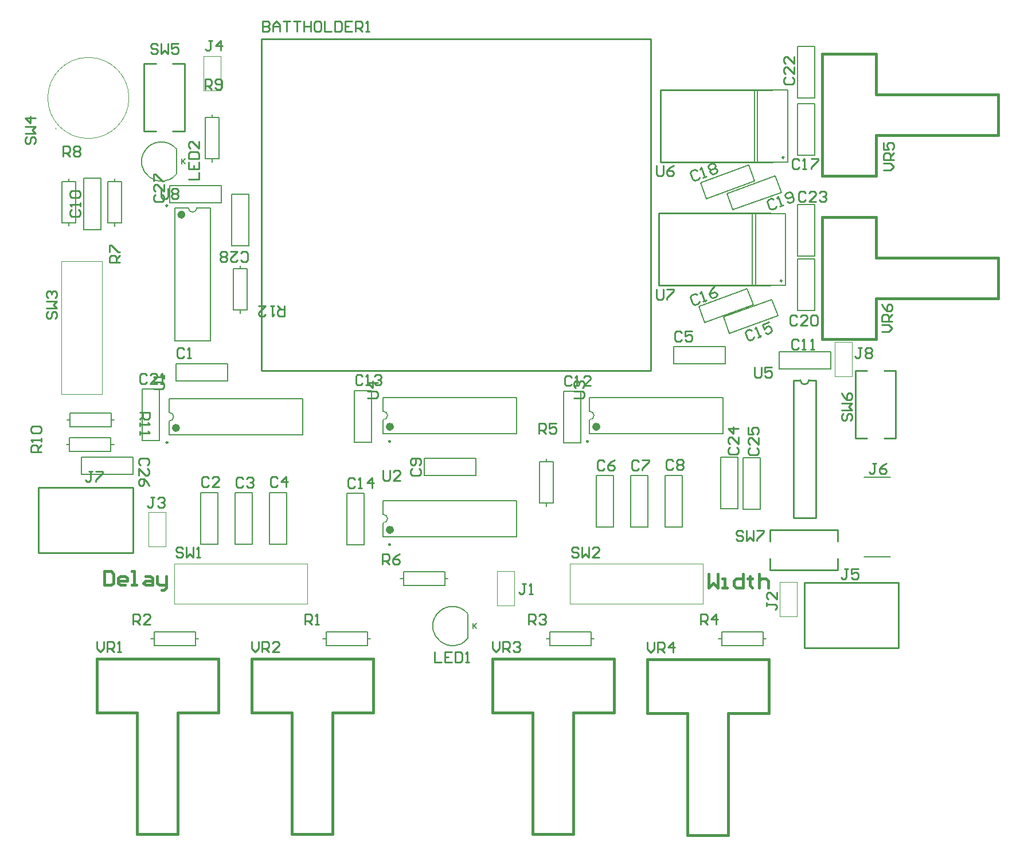
<source format=gto>
G04*
G04 #@! TF.GenerationSoftware,Altium Limited,Altium Designer,20.1.11 (218)*
G04*
G04 Layer_Color=65535*
%FSLAX23Y23*%
%MOIN*%
G70*
G04*
G04 #@! TF.SameCoordinates,61B52F32-3D36-43F7-9E25-D9CFD543C360*
G04*
G04*
G04 #@! TF.FilePolarity,Positive*
G04*
G01*
G75*
%ADD10C,0.024*%
%ADD11C,0.010*%
%ADD12C,0.008*%
%ADD13C,0.010*%
%ADD14C,0.004*%
%ADD15C,0.005*%
%ADD16C,0.006*%
%ADD17C,0.016*%
%ADD18C,0.015*%
D10*
X1551Y3969D02*
G03*
X1551Y3969I-12J0D01*
G01*
X3963Y2735D02*
G03*
X3963Y2735I-12J0D01*
G01*
X2763Y2735D02*
G03*
X2763Y2735I-12J0D01*
G01*
X1519Y2728D02*
G03*
X1519Y2728I-12J0D01*
G01*
X2763Y2135D02*
G03*
X2763Y2135I-12J0D01*
G01*
D11*
X1459Y4022D02*
G03*
X1459Y4022I-5J0D01*
G01*
X5031Y3584D02*
G03*
X5031Y3584I-5J0D01*
G01*
X3904Y2650D02*
G03*
X3904Y2650I-5J0D01*
G01*
X2754Y2650D02*
G03*
X2754Y2650I-5J0D01*
G01*
X1460Y2643D02*
G03*
X1460Y2643I-5J0D01*
G01*
X5042Y4302D02*
G03*
X5042Y4302I-5J0D01*
G01*
X2754Y2050D02*
G03*
X2754Y2050I-5J0D01*
G01*
D12*
X1579Y4009D02*
G03*
X1629Y4009I25J0D01*
G01*
X1510Y4351D02*
G03*
X1325Y4338I-88J-73D01*
G01*
X1329Y4344D02*
G03*
X1510Y4205I93J-66D01*
G01*
X3203Y1648D02*
G03*
X3018Y1635I-88J-73D01*
G01*
X3022Y1641D02*
G03*
X3203Y1502I93J-66D01*
G01*
X3912Y2775D02*
G03*
X3912Y2825I0J25D01*
G01*
X2712Y2775D02*
G03*
X2712Y2825I0J25D01*
G01*
X1468Y2768D02*
G03*
X1468Y2818I0J25D01*
G01*
X809Y4467D02*
G03*
X809Y4471I0J2D01*
G01*
X809Y4471D02*
G03*
X809Y4467I0J-2D01*
G01*
X809Y4467D02*
G03*
X809Y4471I0J2D01*
G01*
X2712Y2175D02*
G03*
X2712Y2225I0J25D01*
G01*
X1500Y3233D02*
X1708Y3233D01*
X1629Y4009D02*
X1708Y4009D01*
X1500Y4009D02*
X1579Y4009D01*
X1708Y3233D02*
X1708Y4009D01*
X1500Y3233D02*
X1500Y4009D01*
X5506Y2441D02*
X5660Y2441D01*
X5506Y1977D02*
X5660Y1977D01*
X4878Y3558D02*
X4878Y3976D01*
X4859Y3558D02*
X4859Y3976D01*
X5052Y3558D02*
X5052Y3976D01*
X4859Y3558D02*
X5052Y3558D01*
X4859Y3976D02*
X5052Y3976D01*
X1512Y4208D02*
X1512Y4348D01*
X3205Y1505D02*
X3205Y1645D01*
X3912Y2696D02*
X4688Y2696D01*
X3912Y2904D02*
X4688Y2904D01*
X3912Y2696D02*
X3912Y2775D01*
X3912Y2825D02*
X3912Y2904D01*
X4688Y2696D02*
X4688Y2904D01*
X3488Y2696D02*
X3488Y2904D01*
X2712Y2825D02*
X2712Y2904D01*
X2712Y2696D02*
X2712Y2775D01*
X2712Y2904D02*
X3488Y2904D01*
X2712Y2696D02*
X3488Y2696D01*
X1468Y2689D02*
X2244Y2689D01*
X1468Y2897D02*
X2244Y2897D01*
X1468Y2689D02*
X1468Y2768D01*
X1468Y2818D02*
X1468Y2897D01*
X2244Y2689D02*
X2244Y2897D01*
X4870Y4694D02*
X5063Y4694D01*
X4870Y4276D02*
X5063Y4276D01*
X5063Y4694D01*
X4870Y4276D02*
X4870Y4694D01*
X4889Y4276D02*
X4889Y4694D01*
X3488Y2096D02*
X3488Y2304D01*
X2712Y2225D02*
X2712Y2304D01*
X2712Y2096D02*
X2712Y2175D01*
X2712Y2304D02*
X3488Y2304D01*
X2712Y2096D02*
X3488Y2096D01*
D13*
X5137Y3006D02*
G03*
X5187Y3006I25J0D01*
G01*
X5097Y3006D02*
X5137Y3006D01*
X5187Y3006D02*
X5227Y3006D01*
X5227Y2206D02*
X5227Y3006D01*
X5097Y2206D02*
X5227Y2206D01*
X5097Y2206D02*
X5097Y3006D01*
X709Y2382D02*
X1256Y2382D01*
X1256Y2002D02*
X1256Y2382D01*
X709Y2002D02*
X1256Y2002D01*
X709Y2002D02*
X709Y2382D01*
X5162Y1447D02*
X5709Y1447D01*
X5162Y1447D02*
X5162Y1827D01*
X5709Y1827D01*
X5709Y1447D02*
X5709Y1827D01*
X5354Y1939D02*
X5354Y1969D01*
X5354Y2067D02*
X5354Y2097D01*
X4960Y2067D02*
X4960Y2097D01*
X4960Y1900D02*
X4960Y1969D01*
X5354Y2097D02*
X5354Y2136D01*
X4960Y2136D02*
X5354Y2136D01*
X4960Y2097D02*
X4960Y2136D01*
X4960Y1900D02*
X5354Y1900D01*
X5354Y1939D01*
X5495Y2668D02*
X5525Y2668D01*
X5623Y2668D02*
X5653Y2668D01*
X5623Y3062D02*
X5653Y3062D01*
X5456Y3062D02*
X5525Y3062D01*
X5653Y2668D02*
X5692Y2668D01*
X5692Y3062D01*
X5653Y3062D02*
X5692Y3062D01*
X5456Y2668D02*
X5456Y3062D01*
X5456Y2668D02*
X5495Y2668D01*
X4315Y3558D02*
X4965Y3558D01*
X4313Y3977D02*
X4963Y3977D01*
X4313Y3559D02*
X4313Y3977D01*
X4326Y4275D02*
X4976Y4275D01*
X4324Y4276D02*
X4324Y4694D01*
X4974Y4694D01*
X2005Y3061D02*
X2005Y4991D01*
X4269Y3061D02*
X4269Y4991D01*
X2005Y3061D02*
X4269Y3061D01*
X2005Y4991D02*
X4269Y4991D01*
X1360Y4455D02*
X1390Y4455D01*
X1488Y4455D02*
X1518Y4455D01*
X1488Y4849D02*
X1518Y4849D01*
X1321Y4849D02*
X1390Y4849D01*
X1518Y4455D02*
X1557Y4455D01*
X1557Y4849D01*
X1518Y4849D02*
X1557Y4849D01*
X1321Y4455D02*
X1321Y4849D01*
X1321Y4455D02*
X1360Y4455D01*
X1883Y3705D02*
X1893Y3695D01*
X1913Y3695D01*
X1923Y3705D01*
X1923Y3745D01*
X1913Y3755D01*
X1893Y3755D01*
X1883Y3745D01*
X1823Y3755D02*
X1863Y3755D01*
X1823Y3715D01*
X1823Y3705D01*
X1833Y3695D01*
X1853Y3695D01*
X1863Y3705D01*
X1803Y3705D02*
X1793Y3695D01*
X1773Y3695D01*
X1763Y3705D01*
X1763Y3715D01*
X1773Y3725D01*
X1763Y3735D01*
X1763Y3745D01*
X1773Y3755D01*
X1793Y3755D01*
X1803Y3745D01*
X1803Y3735D01*
X1793Y3725D01*
X1803Y3715D01*
X1803Y3705D01*
X1793Y3725D02*
X1773Y3725D01*
X1387Y4086D02*
X1377Y4076D01*
X1377Y4056D01*
X1387Y4046D01*
X1427Y4046D01*
X1437Y4056D01*
X1437Y4076D01*
X1427Y4086D01*
X1437Y4146D02*
X1437Y4106D01*
X1397Y4146D01*
X1387Y4146D01*
X1377Y4136D01*
X1377Y4116D01*
X1387Y4106D01*
X1377Y4166D02*
X1377Y4206D01*
X1387Y4206D01*
X1427Y4166D01*
X1437Y4166D01*
X2138Y3439D02*
X2138Y3379D01*
X2108Y3379D01*
X2098Y3389D01*
X2098Y3409D01*
X2108Y3419D01*
X2138Y3419D01*
X2118Y3419D02*
X2098Y3439D01*
X2078Y3439D02*
X2058Y3439D01*
X2068Y3439D01*
X2068Y3379D01*
X2078Y3389D01*
X1988Y3439D02*
X2028Y3439D01*
X1988Y3399D01*
X1988Y3389D01*
X1998Y3379D01*
X2018Y3379D01*
X2028Y3389D01*
X1422Y4122D02*
X1422Y4072D01*
X1432Y4062D01*
X1452Y4062D01*
X1462Y4072D01*
X1462Y4122D01*
X1482Y4112D02*
X1492Y4122D01*
X1512Y4122D01*
X1522Y4112D01*
X1522Y4102D01*
X1512Y4092D01*
X1522Y4082D01*
X1522Y4072D01*
X1512Y4062D01*
X1492Y4062D01*
X1482Y4072D01*
X1482Y4082D01*
X1492Y4092D01*
X1482Y4102D01*
X1482Y4112D01*
X1492Y4092D02*
X1512Y4092D01*
X1296Y2819D02*
X1355Y2819D01*
X1355Y2789D01*
X1345Y2779D01*
X1325Y2779D01*
X1315Y2789D01*
X1315Y2819D01*
X1315Y2799D02*
X1296Y2779D01*
X1296Y2759D02*
X1296Y2739D01*
X1296Y2749D01*
X1355Y2749D01*
X1345Y2759D01*
X1296Y2709D02*
X1296Y2689D01*
X1296Y2699D01*
X1355Y2699D01*
X1345Y2709D01*
X724Y2589D02*
X664Y2589D01*
X664Y2619D01*
X674Y2629D01*
X694Y2629D01*
X704Y2619D01*
X704Y2589D01*
X704Y2609D02*
X724Y2629D01*
X724Y2649D02*
X724Y2669D01*
X724Y2659D01*
X664Y2659D01*
X674Y2649D01*
X674Y2699D02*
X664Y2709D01*
X664Y2729D01*
X674Y2739D01*
X714Y2739D01*
X724Y2729D01*
X724Y2709D01*
X714Y2699D01*
X674Y2699D01*
X1341Y2511D02*
X1351Y2521D01*
X1351Y2541D01*
X1341Y2551D01*
X1301Y2551D01*
X1291Y2541D01*
X1291Y2521D01*
X1301Y2511D01*
X1291Y2451D02*
X1291Y2491D01*
X1331Y2451D01*
X1341Y2451D01*
X1351Y2461D01*
X1351Y2481D01*
X1341Y2491D01*
X1351Y2391D02*
X1341Y2411D01*
X1321Y2431D01*
X1301Y2431D01*
X1291Y2421D01*
X1291Y2401D01*
X1301Y2391D01*
X1311Y2391D01*
X1321Y2401D01*
X1321Y2431D01*
X4845Y2612D02*
X4835Y2602D01*
X4835Y2582D01*
X4845Y2572D01*
X4885Y2572D01*
X4895Y2582D01*
X4895Y2602D01*
X4885Y2612D01*
X4895Y2672D02*
X4895Y2632D01*
X4855Y2672D01*
X4845Y2672D01*
X4835Y2662D01*
X4835Y2642D01*
X4845Y2632D01*
X4835Y2732D02*
X4835Y2692D01*
X4865Y2692D01*
X4855Y2712D01*
X4855Y2722D01*
X4865Y2732D01*
X4885Y2732D01*
X4895Y2722D01*
X4895Y2702D01*
X4885Y2692D01*
X4727Y2615D02*
X4717Y2605D01*
X4717Y2585D01*
X4727Y2575D01*
X4767Y2575D01*
X4777Y2585D01*
X4777Y2605D01*
X4767Y2615D01*
X4777Y2675D02*
X4777Y2635D01*
X4737Y2675D01*
X4727Y2675D01*
X4717Y2665D01*
X4717Y2645D01*
X4727Y2635D01*
X4777Y2725D02*
X4717Y2725D01*
X4747Y2695D01*
X4747Y2735D01*
X5495Y3193D02*
X5475Y3193D01*
X5485Y3193D01*
X5485Y3143D01*
X5475Y3133D01*
X5465Y3133D01*
X5455Y3143D01*
X5515Y3183D02*
X5525Y3193D01*
X5545Y3193D01*
X5555Y3183D01*
X5555Y3173D01*
X5545Y3163D01*
X5555Y3153D01*
X5555Y3143D01*
X5545Y3133D01*
X5525Y3133D01*
X5515Y3143D01*
X5515Y3153D01*
X5525Y3163D01*
X5515Y3173D01*
X5515Y3183D01*
X5525Y3163D02*
X5545Y3163D01*
X1022Y2475D02*
X1002Y2475D01*
X1012Y2475D01*
X1012Y2425D01*
X1002Y2415D01*
X992Y2415D01*
X982Y2425D01*
X1042Y2475D02*
X1082Y2475D01*
X1082Y2465D01*
X1042Y2425D01*
X1042Y2415D01*
X4804Y2120D02*
X4794Y2130D01*
X4774Y2130D01*
X4764Y2120D01*
X4764Y2110D01*
X4774Y2100D01*
X4794Y2100D01*
X4804Y2090D01*
X4804Y2080D01*
X4794Y2070D01*
X4774Y2070D01*
X4764Y2080D01*
X4824Y2130D02*
X4824Y2070D01*
X4844Y2090D01*
X4864Y2070D01*
X4864Y2130D01*
X4884Y2130D02*
X4924Y2130D01*
X4924Y2120D01*
X4884Y2080D01*
X4884Y2070D01*
X5578Y2521D02*
X5558Y2521D01*
X5568Y2521D01*
X5568Y2471D01*
X5558Y2461D01*
X5548Y2461D01*
X5538Y2471D01*
X5638Y2521D02*
X5618Y2511D01*
X5598Y2491D01*
X5598Y2471D01*
X5608Y2461D01*
X5628Y2461D01*
X5638Y2471D01*
X5638Y2481D01*
X5628Y2491D01*
X5598Y2491D01*
X5414Y1907D02*
X5394Y1907D01*
X5404Y1907D01*
X5404Y1857D01*
X5394Y1847D01*
X5384Y1847D01*
X5374Y1857D01*
X5474Y1907D02*
X5434Y1907D01*
X5434Y1877D01*
X5454Y1887D01*
X5464Y1887D01*
X5474Y1877D01*
X5474Y1857D01*
X5464Y1847D01*
X5444Y1847D01*
X5434Y1857D01*
X5388Y2812D02*
X5378Y2802D01*
X5378Y2782D01*
X5388Y2772D01*
X5398Y2772D01*
X5408Y2782D01*
X5408Y2802D01*
X5418Y2812D01*
X5428Y2812D01*
X5438Y2802D01*
X5438Y2782D01*
X5428Y2772D01*
X5378Y2832D02*
X5438Y2832D01*
X5418Y2852D01*
X5438Y2872D01*
X5378Y2872D01*
X5378Y2932D02*
X5388Y2912D01*
X5408Y2892D01*
X5428Y2892D01*
X5438Y2902D01*
X5438Y2922D01*
X5428Y2932D01*
X5418Y2932D01*
X5408Y2922D01*
X5408Y2892D01*
X4300Y3536D02*
X4300Y3486D01*
X4310Y3476D01*
X4330Y3476D01*
X4340Y3486D01*
X4340Y3536D01*
X4360Y3536D02*
X4400Y3536D01*
X4400Y3526D01*
X4360Y3486D01*
X4360Y3476D01*
X2010Y5096D02*
X2010Y5036D01*
X2040Y5036D01*
X2050Y5046D01*
X2050Y5056D01*
X2040Y5066D01*
X2010Y5066D01*
X2040Y5066D01*
X2050Y5076D01*
X2050Y5086D01*
X2040Y5096D01*
X2010Y5096D01*
X2070Y5036D02*
X2070Y5076D01*
X2090Y5096D01*
X2110Y5076D01*
X2110Y5036D01*
X2110Y5066D01*
X2070Y5066D01*
X2130Y5096D02*
X2170Y5096D01*
X2150Y5096D01*
X2150Y5036D01*
X2190Y5096D02*
X2230Y5096D01*
X2210Y5096D01*
X2210Y5036D01*
X2250Y5096D02*
X2250Y5036D01*
X2250Y5066D01*
X2290Y5066D01*
X2290Y5096D01*
X2290Y5036D01*
X2340Y5096D02*
X2320Y5096D01*
X2310Y5086D01*
X2310Y5046D01*
X2320Y5036D01*
X2340Y5036D01*
X2350Y5046D01*
X2350Y5086D01*
X2340Y5096D01*
X2370Y5096D02*
X2370Y5036D01*
X2410Y5036D01*
X2430Y5096D02*
X2430Y5036D01*
X2460Y5036D01*
X2470Y5046D01*
X2470Y5086D01*
X2460Y5096D01*
X2430Y5096D01*
X2530Y5096D02*
X2490Y5096D01*
X2490Y5036D01*
X2530Y5036D01*
X2490Y5066D02*
X2510Y5066D01*
X2550Y5036D02*
X2550Y5096D01*
X2580Y5096D01*
X2590Y5086D01*
X2590Y5066D01*
X2580Y5056D01*
X2550Y5056D01*
X2570Y5056D02*
X2590Y5036D01*
X2610Y5036D02*
X2630Y5036D01*
X2620Y5036D01*
X2620Y5096D01*
X2610Y5086D01*
X1400Y4954D02*
X1390Y4964D01*
X1370Y4964D01*
X1360Y4954D01*
X1360Y4944D01*
X1370Y4934D01*
X1390Y4934D01*
X1400Y4924D01*
X1400Y4914D01*
X1390Y4904D01*
X1370Y4904D01*
X1360Y4914D01*
X1420Y4964D02*
X1420Y4904D01*
X1440Y4924D01*
X1460Y4904D01*
X1460Y4964D01*
X1520Y4964D02*
X1480Y4964D01*
X1480Y4934D01*
X1500Y4944D01*
X1510Y4944D01*
X1520Y4934D01*
X1520Y4914D01*
X1510Y4904D01*
X1490Y4904D01*
X1480Y4914D01*
X5166Y4093D02*
X5156Y4103D01*
X5136Y4103D01*
X5126Y4093D01*
X5126Y4053D01*
X5136Y4043D01*
X5156Y4043D01*
X5166Y4053D01*
X5226Y4043D02*
X5186Y4043D01*
X5226Y4083D01*
X5226Y4093D01*
X5216Y4103D01*
X5196Y4103D01*
X5186Y4093D01*
X5246Y4093D02*
X5256Y4103D01*
X5276Y4103D01*
X5286Y4093D01*
X5286Y4083D01*
X5276Y4073D01*
X5266Y4073D01*
X5276Y4073D01*
X5286Y4063D01*
X5286Y4053D01*
X5276Y4043D01*
X5256Y4043D01*
X5246Y4053D01*
X5051Y4768D02*
X5041Y4758D01*
X5041Y4738D01*
X5051Y4728D01*
X5091Y4728D01*
X5101Y4738D01*
X5101Y4758D01*
X5091Y4768D01*
X5101Y4828D02*
X5101Y4788D01*
X5061Y4828D01*
X5051Y4828D01*
X5041Y4818D01*
X5041Y4798D01*
X5051Y4788D01*
X5101Y4888D02*
X5101Y4848D01*
X5061Y4888D01*
X5051Y4888D01*
X5041Y4878D01*
X5041Y4858D01*
X5051Y4848D01*
X4247Y1480D02*
X4247Y1440D01*
X4267Y1420D01*
X4287Y1440D01*
X4287Y1480D01*
X4307Y1420D02*
X4307Y1480D01*
X4337Y1480D01*
X4347Y1470D01*
X4347Y1450D01*
X4337Y1440D01*
X4307Y1440D01*
X4327Y1440D02*
X4347Y1420D01*
X4397Y1420D02*
X4397Y1480D01*
X4367Y1450D01*
X4407Y1450D01*
X1338Y3035D02*
X1328Y3045D01*
X1309Y3045D01*
X1299Y3035D01*
X1299Y2995D01*
X1309Y2986D01*
X1328Y2986D01*
X1338Y2995D01*
X1398Y2986D02*
X1358Y2986D01*
X1398Y3025D01*
X1398Y3035D01*
X1388Y3045D01*
X1368Y3045D01*
X1358Y3035D01*
X1418Y2986D02*
X1438Y2986D01*
X1428Y2986D01*
X1428Y3045D01*
X1418Y3035D01*
X1676Y4698D02*
X1676Y4757D01*
X1705Y4757D01*
X1715Y4747D01*
X1715Y4727D01*
X1705Y4717D01*
X1676Y4717D01*
X1695Y4717D02*
X1715Y4698D01*
X1735Y4707D02*
X1745Y4698D01*
X1765Y4698D01*
X1775Y4707D01*
X1775Y4747D01*
X1765Y4757D01*
X1745Y4757D01*
X1735Y4747D01*
X1735Y4737D01*
X1745Y4727D01*
X1775Y4727D01*
X1581Y4176D02*
X1641Y4176D01*
X1641Y4216D01*
X1581Y4276D02*
X1581Y4236D01*
X1641Y4236D01*
X1641Y4276D01*
X1611Y4236D02*
X1611Y4256D01*
X1581Y4296D02*
X1641Y4296D01*
X1641Y4326D01*
X1631Y4336D01*
X1591Y4336D01*
X1581Y4326D01*
X1581Y4296D01*
X1641Y4396D02*
X1641Y4356D01*
X1601Y4396D01*
X1591Y4396D01*
X1581Y4386D01*
X1581Y4366D01*
X1591Y4356D01*
X3010Y1425D02*
X3010Y1365D01*
X3050Y1365D01*
X3110Y1425D02*
X3070Y1425D01*
X3070Y1365D01*
X3110Y1365D01*
X3070Y1395D02*
X3090Y1395D01*
X3130Y1425D02*
X3130Y1365D01*
X3160Y1365D01*
X3170Y1375D01*
X3170Y1415D01*
X3160Y1425D01*
X3130Y1425D01*
X3190Y1365D02*
X3210Y1365D01*
X3200Y1365D01*
X3200Y1425D01*
X3190Y1415D01*
X1717Y4982D02*
X1697Y4982D01*
X1707Y4982D01*
X1707Y4932D01*
X1697Y4923D01*
X1687Y4923D01*
X1678Y4932D01*
X1767Y4923D02*
X1767Y4982D01*
X1737Y4952D01*
X1777Y4952D01*
X1380Y2323D02*
X1360Y2323D01*
X1370Y2323D01*
X1370Y2273D01*
X1360Y2263D01*
X1350Y2263D01*
X1340Y2273D01*
X1400Y2313D02*
X1410Y2323D01*
X1430Y2323D01*
X1440Y2313D01*
X1440Y2303D01*
X1430Y2293D01*
X1420Y2293D01*
X1430Y2293D01*
X1440Y2283D01*
X1440Y2273D01*
X1430Y2263D01*
X1410Y2263D01*
X1400Y2273D01*
X4941Y1712D02*
X4941Y1692D01*
X4941Y1702D01*
X4991Y1702D01*
X5001Y1692D01*
X5001Y1682D01*
X4991Y1672D01*
X5001Y1772D02*
X5001Y1732D01*
X4961Y1772D01*
X4951Y1772D01*
X4941Y1762D01*
X4941Y1742D01*
X4951Y1732D01*
X3542Y1820D02*
X3522Y1820D01*
X3532Y1820D01*
X3532Y1770D01*
X3522Y1760D01*
X3512Y1760D01*
X3502Y1770D01*
X3562Y1760D02*
X3582Y1760D01*
X3572Y1760D01*
X3572Y1820D01*
X3562Y1810D01*
X5116Y3375D02*
X5106Y3385D01*
X5086Y3385D01*
X5076Y3375D01*
X5076Y3335D01*
X5086Y3325D01*
X5106Y3325D01*
X5116Y3335D01*
X5176Y3325D02*
X5136Y3325D01*
X5176Y3365D01*
X5176Y3375D01*
X5166Y3385D01*
X5146Y3385D01*
X5136Y3375D01*
X5196Y3375D02*
X5206Y3385D01*
X5226Y3385D01*
X5236Y3375D01*
X5236Y3335D01*
X5226Y3325D01*
X5206Y3325D01*
X5196Y3335D01*
X5196Y3375D01*
X4982Y4057D02*
X4969Y4063D01*
X4951Y4056D01*
X4945Y4043D01*
X4958Y4006D01*
X4971Y4000D01*
X4990Y4006D01*
X4996Y4019D01*
X5018Y4017D02*
X5037Y4024D01*
X5028Y4020D01*
X5007Y4076D01*
X5001Y4064D01*
X5062Y4043D02*
X5075Y4037D01*
X5093Y4044D01*
X5099Y4057D01*
X5086Y4094D01*
X5073Y4100D01*
X5054Y4094D01*
X5048Y4081D01*
X5051Y4071D01*
X5064Y4065D01*
X5092Y4076D01*
X4536Y4224D02*
X4523Y4230D01*
X4505Y4223D01*
X4499Y4210D01*
X4512Y4173D01*
X4525Y4167D01*
X4544Y4173D01*
X4550Y4186D01*
X4572Y4184D02*
X4591Y4191D01*
X4582Y4187D01*
X4561Y4243D01*
X4555Y4231D01*
X4602Y4248D02*
X4608Y4261D01*
X4627Y4267D01*
X4640Y4261D01*
X4643Y4252D01*
X4637Y4239D01*
X4650Y4233D01*
X4653Y4224D01*
X4647Y4211D01*
X4629Y4204D01*
X4616Y4210D01*
X4612Y4220D01*
X4618Y4232D01*
X4605Y4238D01*
X4602Y4248D01*
X4618Y4232D02*
X4637Y4239D01*
X5130Y4284D02*
X5120Y4294D01*
X5100Y4294D01*
X5090Y4284D01*
X5090Y4244D01*
X5100Y4234D01*
X5120Y4234D01*
X5130Y4244D01*
X5150Y4234D02*
X5170Y4234D01*
X5160Y4234D01*
X5160Y4294D01*
X5150Y4284D01*
X5200Y4294D02*
X5240Y4294D01*
X5240Y4284D01*
X5200Y4244D01*
X5200Y4234D01*
X4536Y3503D02*
X4523Y3509D01*
X4505Y3502D01*
X4499Y3489D01*
X4512Y3452D01*
X4525Y3446D01*
X4544Y3452D01*
X4550Y3465D01*
X4572Y3463D02*
X4591Y3470D01*
X4582Y3466D01*
X4561Y3522D01*
X4555Y3510D01*
X4636Y3550D02*
X4621Y3534D01*
X4609Y3508D01*
X4616Y3489D01*
X4629Y3483D01*
X4647Y3490D01*
X4653Y3503D01*
X4650Y3512D01*
X4637Y3518D01*
X4609Y3508D01*
X4854Y3296D02*
X4841Y3302D01*
X4823Y3295D01*
X4817Y3282D01*
X4830Y3245D01*
X4843Y3239D01*
X4862Y3245D01*
X4868Y3258D01*
X4890Y3256D02*
X4909Y3263D01*
X4900Y3259D01*
X4879Y3315D01*
X4873Y3303D01*
X4954Y3343D02*
X4917Y3329D01*
X4927Y3301D01*
X4942Y3317D01*
X4952Y3321D01*
X4964Y3315D01*
X4971Y3296D01*
X4965Y3283D01*
X4947Y3276D01*
X4934Y3282D01*
X2547Y2429D02*
X2537Y2439D01*
X2517Y2439D01*
X2507Y2429D01*
X2507Y2389D01*
X2517Y2379D01*
X2537Y2379D01*
X2547Y2389D01*
X2567Y2379D02*
X2587Y2379D01*
X2577Y2379D01*
X2577Y2439D01*
X2567Y2429D01*
X2647Y2379D02*
X2647Y2439D01*
X2617Y2409D01*
X2657Y2409D01*
X2592Y3027D02*
X2582Y3037D01*
X2562Y3037D01*
X2553Y3027D01*
X2553Y2987D01*
X2562Y2977D01*
X2582Y2977D01*
X2592Y2987D01*
X2612Y2977D02*
X2632Y2977D01*
X2622Y2977D01*
X2622Y3037D01*
X2612Y3027D01*
X2662Y3027D02*
X2672Y3037D01*
X2692Y3037D01*
X2702Y3027D01*
X2702Y3017D01*
X2692Y3007D01*
X2682Y3007D01*
X2692Y3007D01*
X2702Y2997D01*
X2702Y2987D01*
X2692Y2977D01*
X2672Y2977D01*
X2662Y2987D01*
X3807Y3022D02*
X3797Y3032D01*
X3777Y3032D01*
X3767Y3022D01*
X3767Y2982D01*
X3777Y2973D01*
X3797Y2973D01*
X3807Y2982D01*
X3827Y2973D02*
X3847Y2973D01*
X3837Y2973D01*
X3837Y3032D01*
X3827Y3022D01*
X3917Y2973D02*
X3877Y2973D01*
X3917Y3012D01*
X3917Y3022D01*
X3907Y3032D01*
X3887Y3032D01*
X3877Y3022D01*
X5126Y3236D02*
X5116Y3246D01*
X5096Y3246D01*
X5086Y3236D01*
X5086Y3196D01*
X5096Y3186D01*
X5116Y3186D01*
X5126Y3196D01*
X5146Y3186D02*
X5166Y3186D01*
X5156Y3186D01*
X5156Y3246D01*
X5146Y3236D01*
X5196Y3186D02*
X5216Y3186D01*
X5206Y3186D01*
X5206Y3246D01*
X5196Y3236D01*
X5610Y3287D02*
X5650Y3287D01*
X5670Y3307D01*
X5650Y3327D01*
X5610Y3327D01*
X5670Y3347D02*
X5610Y3347D01*
X5610Y3377D01*
X5620Y3387D01*
X5640Y3387D01*
X5650Y3377D01*
X5650Y3347D01*
X5650Y3367D02*
X5670Y3387D01*
X5610Y3447D02*
X5620Y3427D01*
X5640Y3407D01*
X5660Y3407D01*
X5670Y3417D01*
X5670Y3437D01*
X5660Y3447D01*
X5650Y3447D01*
X5640Y3437D01*
X5640Y3407D01*
X5621Y4227D02*
X5661Y4227D01*
X5681Y4247D01*
X5661Y4267D01*
X5621Y4267D01*
X5681Y4287D02*
X5621Y4287D01*
X5621Y4317D01*
X5631Y4327D01*
X5651Y4327D01*
X5661Y4317D01*
X5661Y4287D01*
X5661Y4307D02*
X5681Y4327D01*
X5621Y4387D02*
X5621Y4347D01*
X5651Y4347D01*
X5641Y4367D01*
X5641Y4377D01*
X5651Y4387D01*
X5671Y4387D01*
X5681Y4377D01*
X5681Y4357D01*
X5671Y4347D01*
X4300Y4255D02*
X4300Y4205D01*
X4310Y4195D01*
X4330Y4195D01*
X4340Y4205D01*
X4340Y4255D01*
X4400Y4255D02*
X4380Y4245D01*
X4360Y4225D01*
X4360Y4205D01*
X4370Y4195D01*
X4390Y4195D01*
X4400Y4205D01*
X4400Y4215D01*
X4390Y4225D01*
X4360Y4225D01*
X641Y4420D02*
X631Y4410D01*
X631Y4390D01*
X641Y4380D01*
X651Y4380D01*
X661Y4390D01*
X661Y4410D01*
X671Y4420D01*
X681Y4420D01*
X691Y4410D01*
X691Y4390D01*
X681Y4380D01*
X631Y4440D02*
X691Y4440D01*
X671Y4460D01*
X691Y4480D01*
X631Y4480D01*
X691Y4530D02*
X631Y4530D01*
X661Y4500D01*
X661Y4540D01*
X763Y3404D02*
X753Y3394D01*
X753Y3374D01*
X763Y3364D01*
X773Y3364D01*
X783Y3374D01*
X783Y3394D01*
X793Y3404D01*
X803Y3404D01*
X813Y3394D01*
X813Y3374D01*
X803Y3364D01*
X753Y3424D02*
X813Y3424D01*
X793Y3444D01*
X813Y3464D01*
X753Y3464D01*
X763Y3484D02*
X753Y3494D01*
X753Y3514D01*
X763Y3524D01*
X773Y3524D01*
X783Y3514D01*
X783Y3504D01*
X783Y3514D01*
X793Y3524D01*
X803Y3524D01*
X813Y3514D01*
X813Y3494D01*
X803Y3484D01*
X852Y4308D02*
X852Y4368D01*
X882Y4368D01*
X892Y4358D01*
X892Y4338D01*
X882Y4328D01*
X852Y4328D01*
X872Y4328D02*
X892Y4308D01*
X912Y4358D02*
X922Y4368D01*
X942Y4368D01*
X952Y4358D01*
X952Y4348D01*
X942Y4338D01*
X952Y4328D01*
X952Y4318D01*
X942Y4308D01*
X922Y4308D01*
X912Y4318D01*
X912Y4328D01*
X922Y4338D01*
X912Y4348D01*
X912Y4358D01*
X922Y4338D02*
X942Y4338D01*
X1182Y3690D02*
X1122Y3690D01*
X1122Y3720D01*
X1132Y3730D01*
X1152Y3730D01*
X1162Y3720D01*
X1162Y3690D01*
X1162Y3710D02*
X1182Y3730D01*
X1122Y3750D02*
X1122Y3790D01*
X1132Y3790D01*
X1172Y3750D01*
X1182Y3750D01*
X901Y3998D02*
X891Y3988D01*
X891Y3968D01*
X901Y3958D01*
X941Y3958D01*
X951Y3968D01*
X951Y3988D01*
X941Y3998D01*
X951Y4018D02*
X951Y4038D01*
X951Y4028D01*
X891Y4028D01*
X901Y4018D01*
X901Y4068D02*
X891Y4078D01*
X891Y4098D01*
X901Y4108D01*
X941Y4108D01*
X951Y4098D01*
X951Y4078D01*
X941Y4068D01*
X901Y4068D01*
X4871Y3082D02*
X4871Y3032D01*
X4881Y3022D01*
X4901Y3022D01*
X4911Y3032D01*
X4911Y3082D01*
X4971Y3082D02*
X4931Y3082D01*
X4931Y3052D01*
X4951Y3062D01*
X4961Y3062D01*
X4971Y3052D01*
X4971Y3032D01*
X4961Y3022D01*
X4941Y3022D01*
X4931Y3032D01*
X2620Y2900D02*
X2670Y2900D01*
X2680Y2910D01*
X2680Y2930D01*
X2670Y2940D01*
X2620Y2940D01*
X2680Y2990D02*
X2620Y2990D01*
X2650Y2960D01*
X2650Y3000D01*
X2706Y1934D02*
X2706Y1994D01*
X2736Y1994D01*
X2746Y1984D01*
X2746Y1964D01*
X2736Y1954D01*
X2706Y1954D01*
X2726Y1954D02*
X2746Y1934D01*
X2806Y1994D02*
X2786Y1984D01*
X2766Y1964D01*
X2766Y1944D01*
X2776Y1934D01*
X2796Y1934D01*
X2806Y1944D01*
X2806Y1954D01*
X2796Y1964D01*
X2766Y1964D01*
X3616Y2694D02*
X3616Y2754D01*
X3646Y2754D01*
X3656Y2744D01*
X3656Y2724D01*
X3646Y2714D01*
X3616Y2714D01*
X3636Y2714D02*
X3656Y2694D01*
X3716Y2754D02*
X3676Y2754D01*
X3676Y2724D01*
X3696Y2734D01*
X3706Y2734D01*
X3716Y2724D01*
X3716Y2704D01*
X3706Y2694D01*
X3686Y2694D01*
X3676Y2704D01*
X2880Y2490D02*
X2870Y2480D01*
X2870Y2460D01*
X2880Y2450D01*
X2920Y2450D01*
X2930Y2460D01*
X2930Y2480D01*
X2920Y2490D01*
X2920Y2510D02*
X2930Y2520D01*
X2930Y2540D01*
X2920Y2550D01*
X2880Y2550D01*
X2870Y2540D01*
X2870Y2520D01*
X2880Y2510D01*
X2890Y2510D01*
X2900Y2520D01*
X2900Y2550D01*
X3348Y1484D02*
X3348Y1444D01*
X3367Y1424D01*
X3387Y1444D01*
X3387Y1484D01*
X3407Y1424D02*
X3407Y1484D01*
X3437Y1484D01*
X3447Y1474D01*
X3447Y1454D01*
X3437Y1444D01*
X3407Y1444D01*
X3427Y1444D02*
X3447Y1424D01*
X3467Y1474D02*
X3477Y1484D01*
X3497Y1484D01*
X3507Y1474D01*
X3507Y1464D01*
X3497Y1454D01*
X3487Y1454D01*
X3497Y1454D01*
X3507Y1444D01*
X3507Y1434D01*
X3497Y1424D01*
X3477Y1424D01*
X3467Y1434D01*
X1947Y1484D02*
X1947Y1444D01*
X1967Y1424D01*
X1987Y1444D01*
X1987Y1484D01*
X2007Y1424D02*
X2007Y1484D01*
X2037Y1484D01*
X2047Y1474D01*
X2047Y1454D01*
X2037Y1444D01*
X2007Y1444D01*
X2027Y1444D02*
X2047Y1424D01*
X2107Y1424D02*
X2067Y1424D01*
X2107Y1464D01*
X2107Y1474D01*
X2097Y1484D01*
X2077Y1484D01*
X2067Y1474D01*
X1048Y1484D02*
X1048Y1444D01*
X1067Y1424D01*
X1087Y1444D01*
X1087Y1484D01*
X1107Y1424D02*
X1107Y1484D01*
X1137Y1484D01*
X1147Y1474D01*
X1147Y1454D01*
X1137Y1444D01*
X1107Y1444D01*
X1127Y1444D02*
X1147Y1424D01*
X1167Y1424D02*
X1187Y1424D01*
X1177Y1424D01*
X1177Y1484D01*
X1167Y1474D01*
X3820Y2900D02*
X3870Y2900D01*
X3880Y2910D01*
X3880Y2930D01*
X3870Y2940D01*
X3820Y2940D01*
X3830Y2960D02*
X3820Y2970D01*
X3820Y2990D01*
X3830Y3000D01*
X3840Y3000D01*
X3850Y2990D01*
X3850Y2980D01*
X3850Y2990D01*
X3860Y3000D01*
X3870Y3000D01*
X3880Y2990D01*
X3880Y2970D01*
X3870Y2960D01*
X2711Y2482D02*
X2711Y2432D01*
X2721Y2422D01*
X2741Y2422D01*
X2751Y2432D01*
X2751Y2482D01*
X2811Y2422D02*
X2771Y2422D01*
X2811Y2462D01*
X2811Y2472D01*
X2801Y2482D01*
X2781Y2482D01*
X2771Y2472D01*
X1376Y2953D02*
X1426Y2953D01*
X1436Y2963D01*
X1436Y2983D01*
X1426Y2993D01*
X1376Y2993D01*
X1436Y3013D02*
X1436Y3033D01*
X1436Y3023D01*
X1376Y3023D01*
X1386Y3013D01*
X3846Y2023D02*
X3836Y2033D01*
X3816Y2033D01*
X3806Y2023D01*
X3806Y2013D01*
X3816Y2003D01*
X3836Y2003D01*
X3846Y1993D01*
X3846Y1983D01*
X3836Y1973D01*
X3816Y1973D01*
X3806Y1983D01*
X3866Y2033D02*
X3866Y1973D01*
X3886Y1993D01*
X3906Y1973D01*
X3906Y2033D01*
X3966Y1973D02*
X3926Y1973D01*
X3966Y2013D01*
X3966Y2023D01*
X3956Y2033D01*
X3936Y2033D01*
X3926Y2023D01*
X1546Y2023D02*
X1536Y2033D01*
X1516Y2033D01*
X1506Y2023D01*
X1506Y2013D01*
X1516Y2003D01*
X1536Y2003D01*
X1546Y1993D01*
X1546Y1983D01*
X1536Y1973D01*
X1516Y1973D01*
X1506Y1983D01*
X1566Y2033D02*
X1566Y1973D01*
X1586Y1993D01*
X1606Y1973D01*
X1606Y2033D01*
X1626Y1973D02*
X1646Y1973D01*
X1636Y1973D01*
X1636Y2033D01*
X1626Y2023D01*
X4556Y1584D02*
X4556Y1644D01*
X4586Y1644D01*
X4596Y1634D01*
X4596Y1614D01*
X4586Y1604D01*
X4556Y1604D01*
X4576Y1604D02*
X4596Y1584D01*
X4646Y1584D02*
X4646Y1644D01*
X4616Y1614D01*
X4656Y1614D01*
X3556Y1584D02*
X3556Y1644D01*
X3586Y1644D01*
X3596Y1634D01*
X3596Y1614D01*
X3586Y1604D01*
X3556Y1604D01*
X3576Y1604D02*
X3596Y1584D01*
X3616Y1634D02*
X3626Y1644D01*
X3646Y1644D01*
X3656Y1634D01*
X3656Y1624D01*
X3646Y1614D01*
X3636Y1614D01*
X3646Y1614D01*
X3656Y1604D01*
X3656Y1594D01*
X3646Y1584D01*
X3626Y1584D01*
X3616Y1594D01*
X1256Y1584D02*
X1256Y1644D01*
X1286Y1644D01*
X1296Y1634D01*
X1296Y1614D01*
X1286Y1604D01*
X1256Y1604D01*
X1276Y1604D02*
X1296Y1584D01*
X1356Y1584D02*
X1316Y1584D01*
X1356Y1624D01*
X1356Y1634D01*
X1346Y1644D01*
X1326Y1644D01*
X1316Y1634D01*
X2256Y1584D02*
X2256Y1644D01*
X2286Y1644D01*
X2296Y1634D01*
X2296Y1614D01*
X2286Y1604D01*
X2256Y1604D01*
X2276Y1604D02*
X2296Y1584D01*
X2316Y1584D02*
X2336Y1584D01*
X2326Y1584D01*
X2326Y1644D01*
X2316Y1634D01*
X4398Y2533D02*
X4388Y2543D01*
X4368Y2543D01*
X4358Y2533D01*
X4358Y2493D01*
X4368Y2483D01*
X4388Y2483D01*
X4398Y2493D01*
X4418Y2533D02*
X4428Y2543D01*
X4448Y2543D01*
X4458Y2533D01*
X4458Y2523D01*
X4448Y2513D01*
X4458Y2503D01*
X4458Y2493D01*
X4448Y2483D01*
X4428Y2483D01*
X4418Y2493D01*
X4418Y2503D01*
X4428Y2513D01*
X4418Y2523D01*
X4418Y2533D01*
X4428Y2513D02*
X4448Y2513D01*
X4198Y2532D02*
X4188Y2542D01*
X4168Y2542D01*
X4158Y2532D01*
X4158Y2492D01*
X4168Y2482D01*
X4188Y2482D01*
X4198Y2492D01*
X4218Y2542D02*
X4258Y2542D01*
X4258Y2532D01*
X4218Y2492D01*
X4218Y2482D01*
X3998Y2532D02*
X3988Y2542D01*
X3968Y2542D01*
X3958Y2532D01*
X3958Y2492D01*
X3968Y2482D01*
X3988Y2482D01*
X3998Y2492D01*
X4058Y2542D02*
X4038Y2532D01*
X4018Y2512D01*
X4018Y2492D01*
X4028Y2482D01*
X4048Y2482D01*
X4058Y2492D01*
X4058Y2502D01*
X4048Y2512D01*
X4018Y2512D01*
X4448Y3282D02*
X4438Y3292D01*
X4418Y3292D01*
X4408Y3282D01*
X4408Y3242D01*
X4418Y3232D01*
X4438Y3232D01*
X4448Y3242D01*
X4508Y3292D02*
X4468Y3292D01*
X4468Y3262D01*
X4488Y3272D01*
X4498Y3272D01*
X4508Y3262D01*
X4508Y3242D01*
X4498Y3232D01*
X4478Y3232D01*
X4468Y3242D01*
X2098Y2433D02*
X2088Y2443D01*
X2068Y2443D01*
X2058Y2433D01*
X2058Y2393D01*
X2068Y2383D01*
X2088Y2383D01*
X2098Y2393D01*
X2148Y2383D02*
X2148Y2443D01*
X2118Y2413D01*
X2158Y2413D01*
X1897Y2432D02*
X1887Y2442D01*
X1867Y2442D01*
X1857Y2432D01*
X1857Y2392D01*
X1867Y2382D01*
X1887Y2382D01*
X1897Y2392D01*
X1917Y2432D02*
X1927Y2442D01*
X1947Y2442D01*
X1957Y2432D01*
X1957Y2422D01*
X1947Y2412D01*
X1937Y2412D01*
X1947Y2412D01*
X1957Y2402D01*
X1957Y2392D01*
X1947Y2382D01*
X1927Y2382D01*
X1917Y2392D01*
X1697Y2433D02*
X1687Y2443D01*
X1667Y2443D01*
X1657Y2433D01*
X1657Y2393D01*
X1667Y2383D01*
X1687Y2383D01*
X1697Y2393D01*
X1757Y2383D02*
X1717Y2383D01*
X1757Y2423D01*
X1757Y2433D01*
X1747Y2443D01*
X1727Y2443D01*
X1717Y2433D01*
X1554Y3184D02*
X1544Y3194D01*
X1524Y3194D01*
X1514Y3184D01*
X1514Y3144D01*
X1524Y3134D01*
X1544Y3134D01*
X1554Y3144D01*
X1574Y3134D02*
X1594Y3134D01*
X1584Y3134D01*
X1584Y3194D01*
X1574Y3184D01*
D14*
X998Y4412D02*
G03*
X998Y4884I0J236D01*
G01*
X998Y4884D02*
G03*
X998Y4412I0J-236D01*
G01*
X841Y2926D02*
X841Y3698D01*
X1077Y3698D01*
X1077Y2926D02*
X1077Y3698D01*
X841Y2926D02*
X1077Y2926D01*
X5338Y3027D02*
X5438Y3027D01*
X5438Y3227D01*
X5338Y3227D02*
X5438Y3227D01*
X5338Y3027D02*
X5338Y3227D01*
X1669Y4691D02*
X1769Y4691D01*
X1769Y4891D01*
X1669Y4891D02*
X1769Y4891D01*
X1669Y4691D02*
X1669Y4891D01*
X3375Y1895D02*
X3475Y1895D01*
X3375Y1695D02*
X3375Y1895D01*
X3375Y1695D02*
X3475Y1695D01*
X3475Y1895D01*
X5017Y1830D02*
X5117Y1830D01*
X5017Y1630D02*
X5017Y1830D01*
X5017Y1630D02*
X5117Y1630D01*
X5117Y1830D01*
X1347Y2238D02*
X1447Y2238D01*
X1347Y2038D02*
X1347Y2238D01*
X1347Y2038D02*
X1447Y2038D01*
X1447Y2238D01*
X1499Y1939D02*
X2271Y1939D01*
X2271Y1703D02*
X2271Y1939D01*
X1499Y1703D02*
X2271Y1703D01*
X1499Y1703D02*
X1499Y1939D01*
X3799Y1939D02*
X4571Y1939D01*
X4571Y1703D02*
X4571Y1939D01*
X3799Y1703D02*
X4571Y1703D01*
X3799Y1703D02*
X3799Y1939D01*
D15*
X1930Y3787D02*
X1930Y4087D01*
X1830Y3787D02*
X1930Y3787D01*
X1830Y3787D02*
X1830Y4087D01*
X1930Y4087D01*
X1470Y4039D02*
X1770Y4039D01*
X1470Y4039D02*
X1470Y4139D01*
X1770Y4139D01*
X1770Y4039D02*
X1770Y4139D01*
X959Y2458D02*
X959Y2558D01*
X959Y2458D02*
X1259Y2458D01*
X1259Y2558D01*
X959Y2558D02*
X1259Y2558D01*
X4673Y2257D02*
X4773Y2257D01*
X4773Y2557D01*
X4673Y2557D02*
X4773Y2557D01*
X4673Y2257D02*
X4673Y2557D01*
X4804Y2256D02*
X4904Y2256D01*
X4904Y2556D01*
X4804Y2556D02*
X4904Y2556D01*
X4804Y2256D02*
X4804Y2556D01*
X5122Y4648D02*
X5222Y4648D01*
X5222Y4948D01*
X5122Y4948D02*
X5222Y4948D01*
X5122Y4648D02*
X5122Y4948D01*
X5121Y4027D02*
X5221Y4027D01*
X5121Y3727D02*
X5121Y4027D01*
X5121Y3727D02*
X5221Y3727D01*
X5221Y4027D01*
X1311Y2653D02*
X1411Y2653D01*
X1411Y2953D01*
X1311Y2953D02*
X1411Y2953D01*
X1311Y2653D02*
X1311Y2953D01*
X4547Y3436D02*
X4581Y3342D01*
X4863Y3444D01*
X4829Y3538D02*
X4863Y3444D01*
X4547Y3436D02*
X4829Y3538D01*
X4690Y3373D02*
X4724Y3279D01*
X5006Y3381D01*
X4972Y3475D02*
X5006Y3381D01*
X4690Y3373D02*
X4972Y3475D01*
X5120Y4315D02*
X5220Y4315D01*
X5220Y4615D01*
X5120Y4615D02*
X5220Y4615D01*
X5120Y4315D02*
X5120Y4615D01*
X4710Y4091D02*
X4744Y3997D01*
X5026Y4099D01*
X4992Y4193D02*
X5026Y4099D01*
X4710Y4091D02*
X4992Y4193D01*
X4556Y4155D02*
X4590Y4061D01*
X4872Y4163D01*
X4838Y4257D02*
X4872Y4163D01*
X4556Y4155D02*
X4838Y4257D01*
X5120Y3410D02*
X5220Y3410D01*
X5220Y3710D01*
X5120Y3710D02*
X5220Y3710D01*
X5120Y3410D02*
X5120Y3710D01*
X5015Y3070D02*
X5015Y3170D01*
X5015Y3070D02*
X5315Y3070D01*
X5315Y3170D01*
X5015Y3170D02*
X5315Y3170D01*
X3760Y2640D02*
X3860Y2640D01*
X3860Y2940D01*
X3760Y2940D02*
X3860Y2940D01*
X3760Y2640D02*
X3760Y2940D01*
X2545Y2645D02*
X2645Y2645D01*
X2645Y2945D01*
X2545Y2945D02*
X2645Y2945D01*
X2545Y2645D02*
X2545Y2945D01*
X2500Y2047D02*
X2600Y2047D01*
X2600Y2347D01*
X2500Y2347D02*
X2600Y2347D01*
X2500Y2047D02*
X2500Y2347D01*
X971Y3880D02*
X1071Y3880D01*
X1071Y4180D01*
X971Y4180D02*
X1071Y4180D01*
X971Y3880D02*
X971Y4180D01*
X3250Y2450D02*
X3250Y2550D01*
X2950Y2550D02*
X3250Y2550D01*
X2950Y2450D02*
X2950Y2550D01*
X2950Y2450D02*
X3250Y2450D01*
X1806Y3001D02*
X1806Y3101D01*
X1506Y3101D02*
X1806Y3101D01*
X1506Y3001D02*
X1506Y3101D01*
X1506Y3001D02*
X1806Y3001D01*
X1650Y2350D02*
X1750Y2350D01*
X1650Y2050D02*
X1650Y2350D01*
X1650Y2050D02*
X1750Y2050D01*
X1750Y2350D01*
X1850Y2350D02*
X1950Y2350D01*
X1850Y2050D02*
X1850Y2350D01*
X1850Y2050D02*
X1950Y2050D01*
X1950Y2350D01*
X2050Y2350D02*
X2150Y2350D01*
X2050Y2050D02*
X2050Y2350D01*
X2050Y2050D02*
X2150Y2050D01*
X2150Y2350D01*
X4400Y3100D02*
X4400Y3200D01*
X4400Y3100D02*
X4700Y3100D01*
X4700Y3200D01*
X4400Y3200D02*
X4700Y3200D01*
X3950Y2450D02*
X4050Y2450D01*
X3950Y2150D02*
X3950Y2450D01*
X3950Y2150D02*
X4050Y2150D01*
X4050Y2450D01*
X4150Y2450D02*
X4250Y2450D01*
X4150Y2150D02*
X4150Y2450D01*
X4150Y2150D02*
X4250Y2150D01*
X4250Y2450D01*
X4350Y2450D02*
X4450Y2450D01*
X4350Y2150D02*
X4350Y2450D01*
X4350Y2150D02*
X4450Y2150D01*
X4450Y2450D01*
D16*
X1880Y3395D02*
X1880Y3413D01*
X1880Y3653D02*
X1880Y3671D01*
X1840Y3413D02*
X1840Y3653D01*
X1840Y3413D02*
X1920Y3413D01*
X1920Y3653D01*
X1840Y3653D02*
X1920Y3653D01*
X891Y2735D02*
X891Y2815D01*
X1131Y2815D01*
X1131Y2735D02*
X1131Y2815D01*
X891Y2735D02*
X1131Y2735D01*
X873Y2775D02*
X891Y2775D01*
X1131Y2775D02*
X1149Y2775D01*
X1128Y2592D02*
X1128Y2672D01*
X888Y2592D02*
X1128Y2592D01*
X888Y2592D02*
X888Y2672D01*
X1128Y2672D01*
X1128Y2632D02*
X1146Y2632D01*
X871Y2632D02*
X888Y2632D01*
X1679Y4293D02*
X1759Y4293D01*
X1679Y4293D02*
X1679Y4533D01*
X1759Y4533D01*
X1759Y4293D02*
X1759Y4533D01*
X1719Y4275D02*
X1719Y4293D01*
X1719Y4533D02*
X1719Y4551D01*
X1110Y3920D02*
X1190Y3920D01*
X1110Y3920D02*
X1110Y4160D01*
X1190Y4160D01*
X1190Y3920D02*
X1190Y4160D01*
X1150Y3902D02*
X1150Y3920D01*
X1150Y4160D02*
X1150Y4178D01*
X844Y4161D02*
X924Y4161D01*
X924Y3921D02*
X924Y4161D01*
X844Y3921D02*
X924Y3921D01*
X844Y3921D02*
X844Y4161D01*
X884Y4161D02*
X884Y4179D01*
X884Y3903D02*
X884Y3921D01*
X3620Y2290D02*
X3700Y2290D01*
X3620Y2290D02*
X3620Y2530D01*
X3700Y2530D01*
X3700Y2290D02*
X3700Y2530D01*
X3660Y2272D02*
X3660Y2290D01*
X3660Y2530D02*
X3660Y2548D01*
X3070Y1810D02*
X3070Y1890D01*
X2830Y1810D02*
X3070Y1810D01*
X2830Y1810D02*
X2830Y1890D01*
X3070Y1890D01*
X3070Y1850D02*
X3088Y1850D01*
X2812Y1850D02*
X2830Y1850D01*
X2380Y1460D02*
X2380Y1540D01*
X2620Y1540D01*
X2620Y1460D02*
X2620Y1540D01*
X2380Y1460D02*
X2620Y1460D01*
X2362Y1500D02*
X2380Y1500D01*
X2620Y1500D02*
X2638Y1500D01*
X1620Y1460D02*
X1620Y1540D01*
X1380Y1460D02*
X1620Y1460D01*
X1380Y1460D02*
X1380Y1540D01*
X1620Y1540D01*
X1620Y1500D02*
X1638Y1500D01*
X1362Y1500D02*
X1380Y1500D01*
X3680Y1460D02*
X3680Y1540D01*
X3920Y1540D01*
X3920Y1460D02*
X3920Y1540D01*
X3680Y1460D02*
X3920Y1460D01*
X3662Y1500D02*
X3680Y1500D01*
X3920Y1500D02*
X3938Y1500D01*
X4680Y1460D02*
X4680Y1540D01*
X4920Y1540D01*
X4920Y1460D02*
X4920Y1540D01*
X4680Y1460D02*
X4920Y1460D01*
X4662Y1500D02*
X4680Y1500D01*
X4920Y1500D02*
X4938Y1500D01*
X1542Y4293D02*
X1542Y4263D01*
X1542Y4273D01*
X1562Y4293D01*
X1547Y4278D01*
X1562Y4263D01*
X3235Y1590D02*
X3235Y1560D01*
X3235Y1570D01*
X3255Y1590D01*
X3240Y1575D01*
X3255Y1560D01*
D17*
X4246Y1381D02*
X4954Y1381D01*
X4954Y1067D02*
X4954Y1381D01*
X4718Y1067D02*
X4954Y1067D01*
X4246Y1067D02*
X4246Y1381D01*
X4718Y358D02*
X4718Y1067D01*
X4482Y358D02*
X4718Y358D01*
X4482Y358D02*
X4482Y1067D01*
X4246Y1067D02*
X4482Y1067D01*
X5579Y4196D02*
X5579Y4432D01*
X6287Y4432D01*
X6287Y4668D01*
X5579Y4668D02*
X6287Y4668D01*
X5264Y4196D02*
X5579Y4196D01*
X5579Y4668D02*
X5579Y4904D01*
X5264Y4904D02*
X5579Y4904D01*
X5264Y4196D02*
X5264Y4904D01*
X5579Y3246D02*
X5579Y3482D01*
X6287Y3482D01*
X6287Y3718D01*
X5579Y3718D02*
X6287Y3718D01*
X5264Y3246D02*
X5579Y3246D01*
X5579Y3718D02*
X5579Y3954D01*
X5264Y3954D02*
X5579Y3954D01*
X5264Y3246D02*
X5264Y3954D01*
X1946Y1071D02*
X2182Y1071D01*
X2182Y363D02*
X2182Y1071D01*
X2182Y363D02*
X2418Y363D01*
X2418Y1071D01*
X1946Y1071D02*
X1946Y1386D01*
X2418Y1071D02*
X2654Y1071D01*
X2654Y1386D01*
X1946Y1386D02*
X2654Y1386D01*
X1046Y1071D02*
X1282Y1071D01*
X1282Y363D02*
X1282Y1071D01*
X1282Y363D02*
X1518Y363D01*
X1518Y1071D01*
X1046Y1071D02*
X1046Y1386D01*
X1518Y1071D02*
X1754Y1071D01*
X1754Y1386D01*
X1046Y1386D02*
X1754Y1386D01*
X3346Y1071D02*
X3582Y1071D01*
X3582Y363D02*
X3582Y1071D01*
X3582Y363D02*
X3818Y363D01*
X3818Y1071D01*
X3346Y1071D02*
X3346Y1386D01*
X3818Y1071D02*
X4054Y1071D01*
X4054Y1386D01*
X3346Y1386D02*
X4054Y1386D01*
D18*
X1092Y1893D02*
X1092Y1813D01*
X1132Y1813D01*
X1145Y1826D01*
X1145Y1879D01*
X1132Y1893D01*
X1092Y1893D01*
X1212Y1813D02*
X1185Y1813D01*
X1172Y1826D01*
X1172Y1853D01*
X1185Y1866D01*
X1212Y1866D01*
X1225Y1853D01*
X1225Y1839D01*
X1172Y1839D01*
X1252Y1813D02*
X1279Y1813D01*
X1265Y1813D01*
X1265Y1893D01*
X1252Y1893D01*
X1332Y1866D02*
X1359Y1866D01*
X1372Y1853D01*
X1372Y1813D01*
X1332Y1813D01*
X1319Y1826D01*
X1332Y1839D01*
X1372Y1839D01*
X1399Y1866D02*
X1399Y1826D01*
X1412Y1813D01*
X1452Y1813D01*
X1452Y1799D01*
X1439Y1786D01*
X1425Y1786D01*
X1452Y1813D02*
X1452Y1866D01*
X4604Y1878D02*
X4604Y1798D01*
X4631Y1825D01*
X4657Y1798D01*
X4657Y1878D01*
X4684Y1798D02*
X4711Y1798D01*
X4697Y1798D01*
X4697Y1851D01*
X4684Y1851D01*
X4804Y1878D02*
X4804Y1798D01*
X4764Y1798D01*
X4751Y1811D01*
X4751Y1838D01*
X4764Y1851D01*
X4804Y1851D01*
X4844Y1865D02*
X4844Y1851D01*
X4831Y1851D01*
X4857Y1851D01*
X4844Y1851D01*
X4844Y1811D01*
X4857Y1798D01*
X4897Y1878D02*
X4897Y1798D01*
X4897Y1838D01*
X4911Y1851D01*
X4937Y1851D01*
X4951Y1838D01*
X4951Y1798D01*
M02*

</source>
